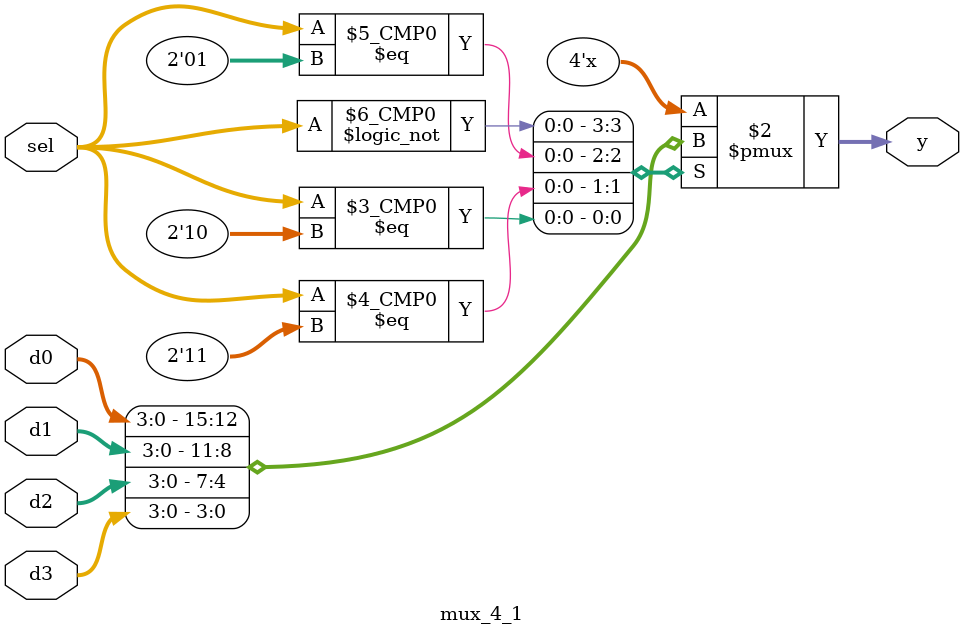
<source format=sv>

module mux_2_1
(
  input        [3:0] d0, d1,
  input              sel,
  output logic [3:0] y
);

  always_comb
    case (sel)
      1'd0: y = d0;
      1'd1: y = d1;
    endcase

endmodule

//----------------------------------------------------------------------------
// Task
//----------------------------------------------------------------------------

module mux_4_1
(
  input        [3:0] d0, d1, d2, d3,
  input        [1:0] sel,
  output logic [3:0] y
);

  // Task:
  // Using code for mux_2_1 as an example,
  // write code for 4:1 mux using the "case" statement
  
  always_comb
    case (sel)
    2'd00: y= d0;
    2'd01: y= d1;
    2'd11: y= d2;
    2'd10: y= d3;
    endcase


endmodule

</source>
